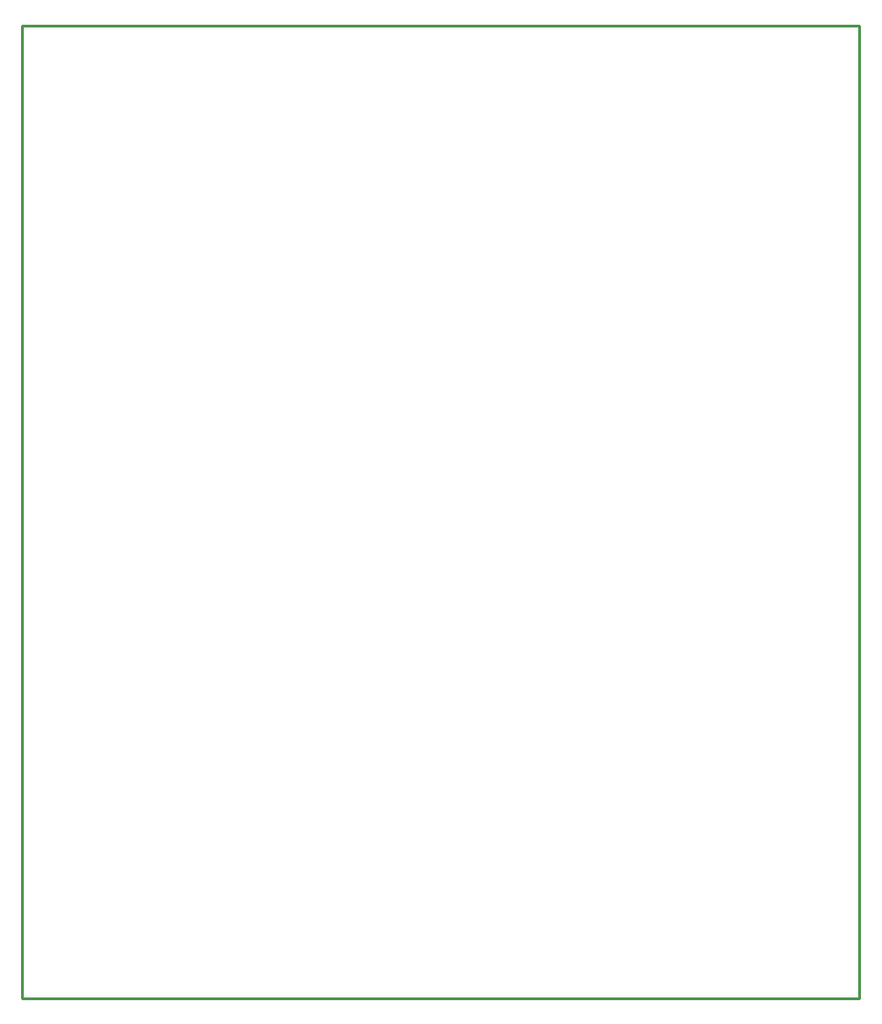
<source format=gko>
%FSLAX24Y24*%
%MOIN*%
G70*
G01*
G75*
%ADD10R,0.0500X0.0600*%
%ADD11R,0.0320X0.0950*%
%ADD12R,0.0600X0.0500*%
%ADD13R,0.0360X0.0360*%
%ADD14R,0.0500X0.0360*%
%ADD15C,0.0200*%
%ADD16C,0.0500*%
%ADD17C,0.0150*%
%ADD18C,0.0300*%
%ADD19R,0.1000X0.6600*%
%ADD20C,0.0700*%
%ADD21O,0.0600X0.0750*%
%ADD22C,0.1280*%
%ADD23C,0.1000*%
%ADD24R,0.0700X0.0700*%
%ADD25C,0.0500*%
%ADD26C,0.0400*%
%ADD27C,0.0120*%
%ADD28C,0.0400*%
%ADD29R,0.1000X0.3500*%
%ADD30C,0.0080*%
%ADD31C,0.0079*%
%ADD32C,0.0100*%
%ADD33C,0.0000*%
%ADD34R,0.0580X0.0680*%
%ADD35R,0.0400X0.1030*%
%ADD36R,0.0680X0.0580*%
%ADD37R,0.0440X0.0440*%
%ADD38R,0.0580X0.0440*%
%ADD39C,0.0780*%
%ADD40O,0.0680X0.0830*%
%ADD41C,0.1360*%
%ADD42C,0.1080*%
%ADD43R,0.0780X0.0780*%
%ADD44C,0.0580*%
%ADD45C,0.0480*%
D32*
X104850Y101400D02*
X135350D01*
Y66000D02*
Y101400D01*
X104850Y66000D02*
X135350D01*
X104850D02*
Y101400D01*
M02*

</source>
